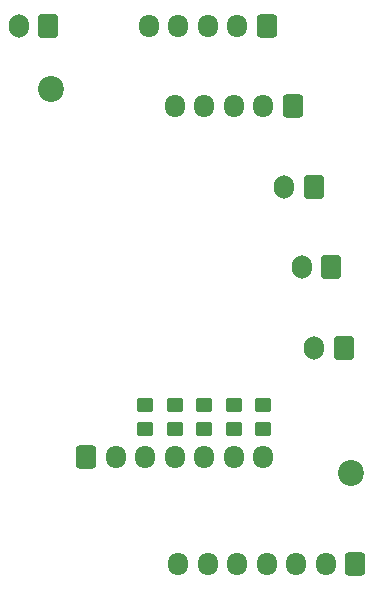
<source format=gbs>
%TF.GenerationSoftware,KiCad,Pcbnew,7.0.9*%
%TF.CreationDate,2023-12-16T21:13:00+01:00*%
%TF.ProjectId,RH_GripLogicBoard_FreeJoy,52485f47-7269-4704-9c6f-676963426f61,rev?*%
%TF.SameCoordinates,Original*%
%TF.FileFunction,Soldermask,Bot*%
%TF.FilePolarity,Negative*%
%FSLAX46Y46*%
G04 Gerber Fmt 4.6, Leading zero omitted, Abs format (unit mm)*
G04 Created by KiCad (PCBNEW 7.0.9) date 2023-12-16 21:13:00*
%MOMM*%
%LPD*%
G01*
G04 APERTURE LIST*
G04 Aperture macros list*
%AMRoundRect*
0 Rectangle with rounded corners*
0 $1 Rounding radius*
0 $2 $3 $4 $5 $6 $7 $8 $9 X,Y pos of 4 corners*
0 Add a 4 corners polygon primitive as box body*
4,1,4,$2,$3,$4,$5,$6,$7,$8,$9,$2,$3,0*
0 Add four circle primitives for the rounded corners*
1,1,$1+$1,$2,$3*
1,1,$1+$1,$4,$5*
1,1,$1+$1,$6,$7*
1,1,$1+$1,$8,$9*
0 Add four rect primitives between the rounded corners*
20,1,$1+$1,$2,$3,$4,$5,0*
20,1,$1+$1,$4,$5,$6,$7,0*
20,1,$1+$1,$6,$7,$8,$9,0*
20,1,$1+$1,$8,$9,$2,$3,0*%
G04 Aperture macros list end*
%ADD10RoundRect,0.250000X-0.600000X-0.725000X0.600000X-0.725000X0.600000X0.725000X-0.600000X0.725000X0*%
%ADD11O,1.700000X1.950000*%
%ADD12RoundRect,0.250000X0.600000X0.725000X-0.600000X0.725000X-0.600000X-0.725000X0.600000X-0.725000X0*%
%ADD13C,2.200000*%
%ADD14RoundRect,0.250000X0.600000X0.750000X-0.600000X0.750000X-0.600000X-0.750000X0.600000X-0.750000X0*%
%ADD15O,1.700000X2.000000*%
%ADD16RoundRect,0.250000X0.450000X-0.350000X0.450000X0.350000X-0.450000X0.350000X-0.450000X-0.350000X0*%
G04 APERTURE END LIST*
D10*
X33890000Y-55520000D03*
D11*
X36390000Y-55520000D03*
X38890000Y-55520000D03*
X41390000Y-55520000D03*
X43890000Y-55520000D03*
X46390000Y-55520000D03*
X48890000Y-55520000D03*
D12*
X51390000Y-25830000D03*
D11*
X48890000Y-25830000D03*
X46390000Y-25830000D03*
X43890000Y-25830000D03*
X41390000Y-25830000D03*
D13*
X30930000Y-24390000D03*
X56310000Y-56850000D03*
D12*
X56680000Y-64610000D03*
D11*
X54180000Y-64610000D03*
X51680000Y-64610000D03*
X49180000Y-64610000D03*
X46680000Y-64610000D03*
X44180000Y-64610000D03*
X41680000Y-64610000D03*
D12*
X49180000Y-19030000D03*
D11*
X46680000Y-19030000D03*
X44180000Y-19030000D03*
X41680000Y-19030000D03*
X39180000Y-19030000D03*
D14*
X54630000Y-39440000D03*
D15*
X52130000Y-39440000D03*
D14*
X53160000Y-32640000D03*
D15*
X50660000Y-32640000D03*
D14*
X30700000Y-19035000D03*
D15*
X28200000Y-19035000D03*
D14*
X55700000Y-46250000D03*
D15*
X53200000Y-46250000D03*
D16*
X48890000Y-53135000D03*
X48890000Y-51135000D03*
X38889999Y-53135000D03*
X38889999Y-51135000D03*
X41389999Y-53135000D03*
X41389999Y-51135000D03*
X46390000Y-53135000D03*
X46390000Y-51135000D03*
X43889999Y-53135000D03*
X43889999Y-51135000D03*
M02*

</source>
